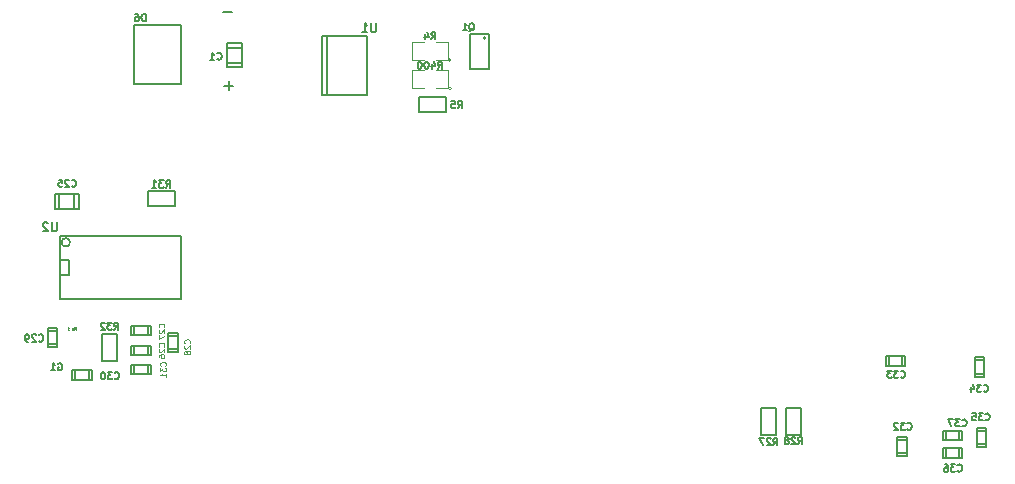
<source format=gbo>
%FSLAX46Y46*%
G04 Gerber Fmt 4.6, Leading zero omitted, Abs format (unit mm)*
G04 Created by KiCad (PCBNEW (2014-08-26 BZR 5101)-product) date Sat 30 Aug 2014 02:05:03 AM EDT*
%MOMM*%
G01*
G04 APERTURE LIST*
%ADD10C,0.100000*%
%ADD11C,0.050000*%
%ADD12C,0.127000*%
%ADD13C,0.200000*%
%ADD14C,0.099060*%
%ADD15C,0.150000*%
%ADD16C,0.125000*%
%ADD17C,0.187500*%
G04 APERTURE END LIST*
D10*
D11*
X87861904Y-58040476D02*
X87861904Y-57840476D01*
X87785713Y-57840476D01*
X87766666Y-57850000D01*
X87757142Y-57859524D01*
X87747618Y-57878571D01*
X87747618Y-57907143D01*
X87757142Y-57926190D01*
X87766666Y-57935714D01*
X87785713Y-57945238D01*
X87861904Y-57945238D01*
X87661904Y-58040476D02*
X87661904Y-57907143D01*
X87661904Y-57840476D02*
X87671428Y-57850000D01*
X87661904Y-57859524D01*
X87652380Y-57850000D01*
X87661904Y-57840476D01*
X87661904Y-57859524D01*
X87566666Y-57907143D02*
X87566666Y-58040476D01*
X87566666Y-57926190D02*
X87557142Y-57916667D01*
X87538095Y-57907143D01*
X87509523Y-57907143D01*
X87490475Y-57916667D01*
X87480952Y-57935714D01*
X87480952Y-58040476D01*
X87128571Y-58040476D02*
X87242857Y-58040476D01*
X87185714Y-58040476D02*
X87185714Y-57840476D01*
X87204762Y-57869048D01*
X87223809Y-57888095D01*
X87242857Y-57897619D01*
D12*
X100615000Y-35435000D02*
X101885000Y-35435000D01*
X100615000Y-34165000D02*
X101859600Y-34165000D01*
X100615000Y-33784000D02*
X100615000Y-35816000D01*
X100615000Y-35816000D02*
X101885000Y-35816000D01*
X101885000Y-35816000D02*
X101885000Y-33784000D01*
X101885000Y-33784000D02*
X100615000Y-33784000D01*
X87685000Y-47785000D02*
X87685000Y-46515000D01*
X86415000Y-47785000D02*
X86415000Y-46540400D01*
X86034000Y-47785000D02*
X88066000Y-47785000D01*
X88066000Y-47785000D02*
X88066000Y-46515000D01*
X88066000Y-46515000D02*
X86034000Y-46515000D01*
X86034000Y-46515000D02*
X86034000Y-47785000D01*
X92791200Y-60206400D02*
X92791200Y-59393600D01*
X93908800Y-59419000D02*
X93908800Y-60206400D01*
X94162800Y-59393600D02*
X92537200Y-59393600D01*
X92537200Y-59393600D02*
X92537200Y-60206400D01*
X92537200Y-60206400D02*
X94162800Y-60206400D01*
X94162800Y-60206400D02*
X94162800Y-59393600D01*
X92791200Y-58506400D02*
X92791200Y-57693600D01*
X93908800Y-57719000D02*
X93908800Y-58506400D01*
X94162800Y-57693600D02*
X92537200Y-57693600D01*
X92537200Y-57693600D02*
X92537200Y-58506400D01*
X92537200Y-58506400D02*
X94162800Y-58506400D01*
X94162800Y-58506400D02*
X94162800Y-57693600D01*
X95673600Y-58551200D02*
X96486400Y-58551200D01*
X96461000Y-59668800D02*
X95673600Y-59668800D01*
X96486400Y-59922800D02*
X96486400Y-58297200D01*
X96486400Y-58297200D02*
X95673600Y-58297200D01*
X95673600Y-58297200D02*
X95673600Y-59922800D01*
X95673600Y-59922800D02*
X96486400Y-59922800D01*
X85443600Y-58141200D02*
X86256400Y-58141200D01*
X86231000Y-59258800D02*
X85443600Y-59258800D01*
X86256400Y-59512800D02*
X86256400Y-57887200D01*
X86256400Y-57887200D02*
X85443600Y-57887200D01*
X85443600Y-57887200D02*
X85443600Y-59512800D01*
X85443600Y-59512800D02*
X86256400Y-59512800D01*
X88908800Y-61493600D02*
X88908800Y-62306400D01*
X87791200Y-62281000D02*
X87791200Y-61493600D01*
X87537200Y-62306400D02*
X89162800Y-62306400D01*
X89162800Y-62306400D02*
X89162800Y-61493600D01*
X89162800Y-61493600D02*
X87537200Y-61493600D01*
X87537200Y-61493600D02*
X87537200Y-62306400D01*
X92791200Y-61806400D02*
X92791200Y-60993600D01*
X93908800Y-61019000D02*
X93908800Y-61806400D01*
X94162800Y-60993600D02*
X92537200Y-60993600D01*
X92537200Y-60993600D02*
X92537200Y-61806400D01*
X92537200Y-61806400D02*
X94162800Y-61806400D01*
X94162800Y-61806400D02*
X94162800Y-60993600D01*
X158206400Y-68508800D02*
X157393600Y-68508800D01*
X157419000Y-67391200D02*
X158206400Y-67391200D01*
X157393600Y-67137200D02*
X157393600Y-68762800D01*
X157393600Y-68762800D02*
X158206400Y-68762800D01*
X158206400Y-68762800D02*
X158206400Y-67137200D01*
X158206400Y-67137200D02*
X157393600Y-67137200D01*
X156691200Y-61106400D02*
X156691200Y-60293600D01*
X157808800Y-60319000D02*
X157808800Y-61106400D01*
X158062800Y-60293600D02*
X156437200Y-60293600D01*
X156437200Y-60293600D02*
X156437200Y-61106400D01*
X156437200Y-61106400D02*
X158062800Y-61106400D01*
X158062800Y-61106400D02*
X158062800Y-60293600D01*
X163943600Y-60641200D02*
X164756400Y-60641200D01*
X164731000Y-61758800D02*
X163943600Y-61758800D01*
X164756400Y-62012800D02*
X164756400Y-60387200D01*
X164756400Y-60387200D02*
X163943600Y-60387200D01*
X163943600Y-60387200D02*
X163943600Y-62012800D01*
X163943600Y-62012800D02*
X164756400Y-62012800D01*
X164926400Y-67748800D02*
X164113600Y-67748800D01*
X164139000Y-66631200D02*
X164926400Y-66631200D01*
X164113600Y-66377200D02*
X164113600Y-68002800D01*
X164113600Y-68002800D02*
X164926400Y-68002800D01*
X164926400Y-68002800D02*
X164926400Y-66377200D01*
X164926400Y-66377200D02*
X164113600Y-66377200D01*
X162608800Y-68093600D02*
X162608800Y-68906400D01*
X161491200Y-68881000D02*
X161491200Y-68093600D01*
X161237200Y-68906400D02*
X162862800Y-68906400D01*
X162862800Y-68906400D02*
X162862800Y-68093600D01*
X162862800Y-68093600D02*
X161237200Y-68093600D01*
X161237200Y-68093600D02*
X161237200Y-68906400D01*
X162608800Y-66593600D02*
X162608800Y-67406400D01*
X161491200Y-67381000D02*
X161491200Y-66593600D01*
X161237200Y-67406400D02*
X162862800Y-67406400D01*
X162862800Y-67406400D02*
X162862800Y-66593600D01*
X162862800Y-66593600D02*
X161237200Y-66593600D01*
X161237200Y-66593600D02*
X161237200Y-67406400D01*
D13*
X92750000Y-37200000D02*
X96750000Y-37200000D01*
X92750000Y-32200000D02*
X92750000Y-37200000D01*
X96750000Y-32200000D02*
X92750000Y-32200000D01*
X96750000Y-37200000D02*
X96750000Y-32200000D01*
D10*
X122591421Y-33350000D02*
G75*
G03X122591421Y-33350000I-141421J0D01*
G74*
G01*
D13*
X121200000Y-36000000D02*
X122800000Y-36000000D01*
X121200000Y-33000000D02*
X121200000Y-36000000D01*
X122800000Y-33000000D02*
X121200000Y-33000000D01*
X122800000Y-36000000D02*
X122800000Y-33000000D01*
D14*
X119628000Y-35212000D02*
G75*
G03X119628000Y-35212000I-127000J0D01*
G74*
G01*
X118358000Y-35212000D02*
X119374000Y-35212000D01*
X119374000Y-35212000D02*
X119374000Y-33688000D01*
X119374000Y-33688000D02*
X118358000Y-33688000D01*
X117342000Y-33688000D02*
X116326000Y-33688000D01*
X116326000Y-33688000D02*
X116326000Y-35212000D01*
X116326000Y-35212000D02*
X117342000Y-35212000D01*
D12*
X116907000Y-39585000D02*
X119193000Y-39585000D01*
X119193000Y-39585000D02*
X119193000Y-38315000D01*
X119193000Y-38315000D02*
X116907000Y-38315000D01*
X116907000Y-38315000D02*
X116907000Y-39585000D01*
X145815000Y-64657000D02*
X145815000Y-66943000D01*
X145815000Y-66943000D02*
X147085000Y-66943000D01*
X147085000Y-66943000D02*
X147085000Y-64657000D01*
X147085000Y-64657000D02*
X145815000Y-64657000D01*
X149235000Y-66943000D02*
X149235000Y-64657000D01*
X149235000Y-64657000D02*
X147965000Y-64657000D01*
X147965000Y-64657000D02*
X147965000Y-66943000D01*
X147965000Y-66943000D02*
X149235000Y-66943000D01*
X93907000Y-47535000D02*
X96193000Y-47535000D01*
X96193000Y-47535000D02*
X96193000Y-46265000D01*
X96193000Y-46265000D02*
X93907000Y-46265000D01*
X93907000Y-46265000D02*
X93907000Y-47535000D01*
X91335000Y-60693000D02*
X91335000Y-58407000D01*
X91335000Y-58407000D02*
X90065000Y-58407000D01*
X90065000Y-58407000D02*
X90065000Y-60693000D01*
X90065000Y-60693000D02*
X91335000Y-60693000D01*
D14*
X119628000Y-37612000D02*
G75*
G03X119628000Y-37612000I-127000J0D01*
G74*
G01*
X118358000Y-37612000D02*
X119374000Y-37612000D01*
X119374000Y-37612000D02*
X119374000Y-36088000D01*
X119374000Y-36088000D02*
X118358000Y-36088000D01*
X117342000Y-36088000D02*
X116326000Y-36088000D01*
X116326000Y-36088000D02*
X116326000Y-37612000D01*
X116326000Y-37612000D02*
X117342000Y-37612000D01*
D13*
X109100000Y-38200000D02*
X109100000Y-33200000D01*
X112500000Y-38200000D02*
X112450000Y-38200000D01*
X112500000Y-33200000D02*
X112500000Y-38200000D01*
X108700000Y-33200000D02*
X112500000Y-33200000D01*
X108700000Y-38200000D02*
X108700000Y-33200000D01*
X112500000Y-38200000D02*
X108700000Y-38200000D01*
D12*
X87337210Y-50641000D02*
G75*
G03X87337210Y-50641000I-359210J0D01*
G74*
G01*
X86470000Y-53435000D02*
X87232000Y-53435000D01*
X87232000Y-53435000D02*
X87232000Y-52165000D01*
X87232000Y-52165000D02*
X86470000Y-52165000D01*
X96757000Y-50133000D02*
X86470000Y-50133000D01*
X86470000Y-55467000D02*
X96757000Y-55467000D01*
X86470000Y-55467000D02*
X86470000Y-50133000D01*
X96757000Y-55467000D02*
X96757000Y-50133000D01*
D15*
X99800000Y-35134286D02*
X99828571Y-35162857D01*
X99914285Y-35191429D01*
X99971428Y-35191429D01*
X100057143Y-35162857D01*
X100114285Y-35105714D01*
X100142857Y-35048571D01*
X100171428Y-34934286D01*
X100171428Y-34848571D01*
X100142857Y-34734286D01*
X100114285Y-34677143D01*
X100057143Y-34620000D01*
X99971428Y-34591429D01*
X99914285Y-34591429D01*
X99828571Y-34620000D01*
X99800000Y-34648571D01*
X99228571Y-35191429D02*
X99571428Y-35191429D01*
X99400000Y-35191429D02*
X99400000Y-34591429D01*
X99457143Y-34677143D01*
X99514285Y-34734286D01*
X99571428Y-34762857D01*
X87485715Y-45884286D02*
X87514286Y-45912857D01*
X87600000Y-45941429D01*
X87657143Y-45941429D01*
X87742858Y-45912857D01*
X87800000Y-45855714D01*
X87828572Y-45798571D01*
X87857143Y-45684286D01*
X87857143Y-45598571D01*
X87828572Y-45484286D01*
X87800000Y-45427143D01*
X87742858Y-45370000D01*
X87657143Y-45341429D01*
X87600000Y-45341429D01*
X87514286Y-45370000D01*
X87485715Y-45398571D01*
X87257143Y-45398571D02*
X87228572Y-45370000D01*
X87171429Y-45341429D01*
X87028572Y-45341429D01*
X86971429Y-45370000D01*
X86942858Y-45398571D01*
X86914286Y-45455714D01*
X86914286Y-45512857D01*
X86942858Y-45598571D01*
X87285715Y-45941429D01*
X86914286Y-45941429D01*
X86371429Y-45341429D02*
X86657143Y-45341429D01*
X86685714Y-45627143D01*
X86657143Y-45598571D01*
X86600000Y-45570000D01*
X86457143Y-45570000D01*
X86400000Y-45598571D01*
X86371429Y-45627143D01*
X86342857Y-45684286D01*
X86342857Y-45827143D01*
X86371429Y-45884286D01*
X86400000Y-45912857D01*
X86457143Y-45941429D01*
X86600000Y-45941429D01*
X86657143Y-45912857D01*
X86685714Y-45884286D01*
D16*
X95288571Y-59468572D02*
X95312381Y-59444762D01*
X95336190Y-59373334D01*
X95336190Y-59325715D01*
X95312381Y-59254286D01*
X95264762Y-59206667D01*
X95217143Y-59182858D01*
X95121905Y-59159048D01*
X95050476Y-59159048D01*
X94955238Y-59182858D01*
X94907619Y-59206667D01*
X94860000Y-59254286D01*
X94836190Y-59325715D01*
X94836190Y-59373334D01*
X94860000Y-59444762D01*
X94883810Y-59468572D01*
X94883810Y-59659048D02*
X94860000Y-59682858D01*
X94836190Y-59730477D01*
X94836190Y-59849524D01*
X94860000Y-59897143D01*
X94883810Y-59920953D01*
X94931429Y-59944762D01*
X94979048Y-59944762D01*
X95050476Y-59920953D01*
X95336190Y-59635239D01*
X95336190Y-59944762D01*
X94836190Y-60373333D02*
X94836190Y-60278095D01*
X94860000Y-60230476D01*
X94883810Y-60206667D01*
X94955238Y-60159048D01*
X95050476Y-60135238D01*
X95240952Y-60135238D01*
X95288571Y-60159048D01*
X95312381Y-60182857D01*
X95336190Y-60230476D01*
X95336190Y-60325714D01*
X95312381Y-60373333D01*
X95288571Y-60397143D01*
X95240952Y-60420952D01*
X95121905Y-60420952D01*
X95074286Y-60397143D01*
X95050476Y-60373333D01*
X95026667Y-60325714D01*
X95026667Y-60230476D01*
X95050476Y-60182857D01*
X95074286Y-60159048D01*
X95121905Y-60135238D01*
X95288571Y-57838572D02*
X95312381Y-57814762D01*
X95336190Y-57743334D01*
X95336190Y-57695715D01*
X95312381Y-57624286D01*
X95264762Y-57576667D01*
X95217143Y-57552858D01*
X95121905Y-57529048D01*
X95050476Y-57529048D01*
X94955238Y-57552858D01*
X94907619Y-57576667D01*
X94860000Y-57624286D01*
X94836190Y-57695715D01*
X94836190Y-57743334D01*
X94860000Y-57814762D01*
X94883810Y-57838572D01*
X94883810Y-58029048D02*
X94860000Y-58052858D01*
X94836190Y-58100477D01*
X94836190Y-58219524D01*
X94860000Y-58267143D01*
X94883810Y-58290953D01*
X94931429Y-58314762D01*
X94979048Y-58314762D01*
X95050476Y-58290953D01*
X95336190Y-58005239D01*
X95336190Y-58314762D01*
X94836190Y-58481429D02*
X94836190Y-58814762D01*
X95336190Y-58600476D01*
D10*
X97458571Y-59178572D02*
X97482381Y-59154762D01*
X97506190Y-59083334D01*
X97506190Y-59035715D01*
X97482381Y-58964286D01*
X97434762Y-58916667D01*
X97387143Y-58892858D01*
X97291905Y-58869048D01*
X97220476Y-58869048D01*
X97125238Y-58892858D01*
X97077619Y-58916667D01*
X97030000Y-58964286D01*
X97006190Y-59035715D01*
X97006190Y-59083334D01*
X97030000Y-59154762D01*
X97053810Y-59178572D01*
X97053810Y-59369048D02*
X97030000Y-59392858D01*
X97006190Y-59440477D01*
X97006190Y-59559524D01*
X97030000Y-59607143D01*
X97053810Y-59630953D01*
X97101429Y-59654762D01*
X97149048Y-59654762D01*
X97220476Y-59630953D01*
X97506190Y-59345239D01*
X97506190Y-59654762D01*
X97220476Y-59940476D02*
X97196667Y-59892857D01*
X97172857Y-59869048D01*
X97125238Y-59845238D01*
X97101429Y-59845238D01*
X97053810Y-59869048D01*
X97030000Y-59892857D01*
X97006190Y-59940476D01*
X97006190Y-60035714D01*
X97030000Y-60083333D01*
X97053810Y-60107143D01*
X97101429Y-60130952D01*
X97125238Y-60130952D01*
X97172857Y-60107143D01*
X97196667Y-60083333D01*
X97220476Y-60035714D01*
X97220476Y-59940476D01*
X97244286Y-59892857D01*
X97268095Y-59869048D01*
X97315714Y-59845238D01*
X97410952Y-59845238D01*
X97458571Y-59869048D01*
X97482381Y-59892857D01*
X97506190Y-59940476D01*
X97506190Y-60035714D01*
X97482381Y-60083333D01*
X97458571Y-60107143D01*
X97410952Y-60130952D01*
X97315714Y-60130952D01*
X97268095Y-60107143D01*
X97244286Y-60083333D01*
X97220476Y-60035714D01*
D15*
X84675715Y-58984286D02*
X84704286Y-59012857D01*
X84790000Y-59041429D01*
X84847143Y-59041429D01*
X84932858Y-59012857D01*
X84990000Y-58955714D01*
X85018572Y-58898571D01*
X85047143Y-58784286D01*
X85047143Y-58698571D01*
X85018572Y-58584286D01*
X84990000Y-58527143D01*
X84932858Y-58470000D01*
X84847143Y-58441429D01*
X84790000Y-58441429D01*
X84704286Y-58470000D01*
X84675715Y-58498571D01*
X84447143Y-58498571D02*
X84418572Y-58470000D01*
X84361429Y-58441429D01*
X84218572Y-58441429D01*
X84161429Y-58470000D01*
X84132858Y-58498571D01*
X84104286Y-58555714D01*
X84104286Y-58612857D01*
X84132858Y-58698571D01*
X84475715Y-59041429D01*
X84104286Y-59041429D01*
X83818571Y-59041429D02*
X83704286Y-59041429D01*
X83647143Y-59012857D01*
X83618571Y-58984286D01*
X83561429Y-58898571D01*
X83532857Y-58784286D01*
X83532857Y-58555714D01*
X83561429Y-58498571D01*
X83590000Y-58470000D01*
X83647143Y-58441429D01*
X83761429Y-58441429D01*
X83818571Y-58470000D01*
X83847143Y-58498571D01*
X83875714Y-58555714D01*
X83875714Y-58698571D01*
X83847143Y-58755714D01*
X83818571Y-58784286D01*
X83761429Y-58812857D01*
X83647143Y-58812857D01*
X83590000Y-58784286D01*
X83561429Y-58755714D01*
X83532857Y-58698571D01*
X91105715Y-62164286D02*
X91134286Y-62192857D01*
X91220000Y-62221429D01*
X91277143Y-62221429D01*
X91362858Y-62192857D01*
X91420000Y-62135714D01*
X91448572Y-62078571D01*
X91477143Y-61964286D01*
X91477143Y-61878571D01*
X91448572Y-61764286D01*
X91420000Y-61707143D01*
X91362858Y-61650000D01*
X91277143Y-61621429D01*
X91220000Y-61621429D01*
X91134286Y-61650000D01*
X91105715Y-61678571D01*
X90905715Y-61621429D02*
X90534286Y-61621429D01*
X90734286Y-61850000D01*
X90648572Y-61850000D01*
X90591429Y-61878571D01*
X90562858Y-61907143D01*
X90534286Y-61964286D01*
X90534286Y-62107143D01*
X90562858Y-62164286D01*
X90591429Y-62192857D01*
X90648572Y-62221429D01*
X90820000Y-62221429D01*
X90877143Y-62192857D01*
X90905715Y-62164286D01*
X90162857Y-61621429D02*
X90105714Y-61621429D01*
X90048571Y-61650000D01*
X90020000Y-61678571D01*
X89991429Y-61735714D01*
X89962857Y-61850000D01*
X89962857Y-61992857D01*
X89991429Y-62107143D01*
X90020000Y-62164286D01*
X90048571Y-62192857D01*
X90105714Y-62221429D01*
X90162857Y-62221429D01*
X90220000Y-62192857D01*
X90248571Y-62164286D01*
X90277143Y-62107143D01*
X90305714Y-61992857D01*
X90305714Y-61850000D01*
X90277143Y-61735714D01*
X90248571Y-61678571D01*
X90220000Y-61650000D01*
X90162857Y-61621429D01*
D16*
X95418571Y-61088572D02*
X95442381Y-61064762D01*
X95466190Y-60993334D01*
X95466190Y-60945715D01*
X95442381Y-60874286D01*
X95394762Y-60826667D01*
X95347143Y-60802858D01*
X95251905Y-60779048D01*
X95180476Y-60779048D01*
X95085238Y-60802858D01*
X95037619Y-60826667D01*
X94990000Y-60874286D01*
X94966190Y-60945715D01*
X94966190Y-60993334D01*
X94990000Y-61064762D01*
X95013810Y-61088572D01*
X94966190Y-61255239D02*
X94966190Y-61564762D01*
X95156667Y-61398096D01*
X95156667Y-61469524D01*
X95180476Y-61517143D01*
X95204286Y-61540953D01*
X95251905Y-61564762D01*
X95370952Y-61564762D01*
X95418571Y-61540953D01*
X95442381Y-61517143D01*
X95466190Y-61469524D01*
X95466190Y-61326667D01*
X95442381Y-61279048D01*
X95418571Y-61255239D01*
X95466190Y-62040952D02*
X95466190Y-61755238D01*
X95466190Y-61898095D02*
X94966190Y-61898095D01*
X95037619Y-61850476D01*
X95085238Y-61802857D01*
X95109048Y-61755238D01*
D15*
X158225715Y-66464286D02*
X158254286Y-66492857D01*
X158340000Y-66521429D01*
X158397143Y-66521429D01*
X158482858Y-66492857D01*
X158540000Y-66435714D01*
X158568572Y-66378571D01*
X158597143Y-66264286D01*
X158597143Y-66178571D01*
X158568572Y-66064286D01*
X158540000Y-66007143D01*
X158482858Y-65950000D01*
X158397143Y-65921429D01*
X158340000Y-65921429D01*
X158254286Y-65950000D01*
X158225715Y-65978571D01*
X158025715Y-65921429D02*
X157654286Y-65921429D01*
X157854286Y-66150000D01*
X157768572Y-66150000D01*
X157711429Y-66178571D01*
X157682858Y-66207143D01*
X157654286Y-66264286D01*
X157654286Y-66407143D01*
X157682858Y-66464286D01*
X157711429Y-66492857D01*
X157768572Y-66521429D01*
X157940000Y-66521429D01*
X157997143Y-66492857D01*
X158025715Y-66464286D01*
X157425714Y-65978571D02*
X157397143Y-65950000D01*
X157340000Y-65921429D01*
X157197143Y-65921429D01*
X157140000Y-65950000D01*
X157111429Y-65978571D01*
X157082857Y-66035714D01*
X157082857Y-66092857D01*
X157111429Y-66178571D01*
X157454286Y-66521429D01*
X157082857Y-66521429D01*
X157675715Y-62054286D02*
X157704286Y-62082857D01*
X157790000Y-62111429D01*
X157847143Y-62111429D01*
X157932858Y-62082857D01*
X157990000Y-62025714D01*
X158018572Y-61968571D01*
X158047143Y-61854286D01*
X158047143Y-61768571D01*
X158018572Y-61654286D01*
X157990000Y-61597143D01*
X157932858Y-61540000D01*
X157847143Y-61511429D01*
X157790000Y-61511429D01*
X157704286Y-61540000D01*
X157675715Y-61568571D01*
X157475715Y-61511429D02*
X157104286Y-61511429D01*
X157304286Y-61740000D01*
X157218572Y-61740000D01*
X157161429Y-61768571D01*
X157132858Y-61797143D01*
X157104286Y-61854286D01*
X157104286Y-61997143D01*
X157132858Y-62054286D01*
X157161429Y-62082857D01*
X157218572Y-62111429D01*
X157390000Y-62111429D01*
X157447143Y-62082857D01*
X157475715Y-62054286D01*
X156904286Y-61511429D02*
X156532857Y-61511429D01*
X156732857Y-61740000D01*
X156647143Y-61740000D01*
X156590000Y-61768571D01*
X156561429Y-61797143D01*
X156532857Y-61854286D01*
X156532857Y-61997143D01*
X156561429Y-62054286D01*
X156590000Y-62082857D01*
X156647143Y-62111429D01*
X156818571Y-62111429D01*
X156875714Y-62082857D01*
X156904286Y-62054286D01*
X164695715Y-63234286D02*
X164724286Y-63262857D01*
X164810000Y-63291429D01*
X164867143Y-63291429D01*
X164952858Y-63262857D01*
X165010000Y-63205714D01*
X165038572Y-63148571D01*
X165067143Y-63034286D01*
X165067143Y-62948571D01*
X165038572Y-62834286D01*
X165010000Y-62777143D01*
X164952858Y-62720000D01*
X164867143Y-62691429D01*
X164810000Y-62691429D01*
X164724286Y-62720000D01*
X164695715Y-62748571D01*
X164495715Y-62691429D02*
X164124286Y-62691429D01*
X164324286Y-62920000D01*
X164238572Y-62920000D01*
X164181429Y-62948571D01*
X164152858Y-62977143D01*
X164124286Y-63034286D01*
X164124286Y-63177143D01*
X164152858Y-63234286D01*
X164181429Y-63262857D01*
X164238572Y-63291429D01*
X164410000Y-63291429D01*
X164467143Y-63262857D01*
X164495715Y-63234286D01*
X163610000Y-62891429D02*
X163610000Y-63291429D01*
X163752857Y-62662857D02*
X163895714Y-63091429D01*
X163524286Y-63091429D01*
X164845715Y-65654286D02*
X164874286Y-65682857D01*
X164960000Y-65711429D01*
X165017143Y-65711429D01*
X165102858Y-65682857D01*
X165160000Y-65625714D01*
X165188572Y-65568571D01*
X165217143Y-65454286D01*
X165217143Y-65368571D01*
X165188572Y-65254286D01*
X165160000Y-65197143D01*
X165102858Y-65140000D01*
X165017143Y-65111429D01*
X164960000Y-65111429D01*
X164874286Y-65140000D01*
X164845715Y-65168571D01*
X164645715Y-65111429D02*
X164274286Y-65111429D01*
X164474286Y-65340000D01*
X164388572Y-65340000D01*
X164331429Y-65368571D01*
X164302858Y-65397143D01*
X164274286Y-65454286D01*
X164274286Y-65597143D01*
X164302858Y-65654286D01*
X164331429Y-65682857D01*
X164388572Y-65711429D01*
X164560000Y-65711429D01*
X164617143Y-65682857D01*
X164645715Y-65654286D01*
X163731429Y-65111429D02*
X164017143Y-65111429D01*
X164045714Y-65397143D01*
X164017143Y-65368571D01*
X163960000Y-65340000D01*
X163817143Y-65340000D01*
X163760000Y-65368571D01*
X163731429Y-65397143D01*
X163702857Y-65454286D01*
X163702857Y-65597143D01*
X163731429Y-65654286D01*
X163760000Y-65682857D01*
X163817143Y-65711429D01*
X163960000Y-65711429D01*
X164017143Y-65682857D01*
X164045714Y-65654286D01*
X162475715Y-69994286D02*
X162504286Y-70022857D01*
X162590000Y-70051429D01*
X162647143Y-70051429D01*
X162732858Y-70022857D01*
X162790000Y-69965714D01*
X162818572Y-69908571D01*
X162847143Y-69794286D01*
X162847143Y-69708571D01*
X162818572Y-69594286D01*
X162790000Y-69537143D01*
X162732858Y-69480000D01*
X162647143Y-69451429D01*
X162590000Y-69451429D01*
X162504286Y-69480000D01*
X162475715Y-69508571D01*
X162275715Y-69451429D02*
X161904286Y-69451429D01*
X162104286Y-69680000D01*
X162018572Y-69680000D01*
X161961429Y-69708571D01*
X161932858Y-69737143D01*
X161904286Y-69794286D01*
X161904286Y-69937143D01*
X161932858Y-69994286D01*
X161961429Y-70022857D01*
X162018572Y-70051429D01*
X162190000Y-70051429D01*
X162247143Y-70022857D01*
X162275715Y-69994286D01*
X161390000Y-69451429D02*
X161504286Y-69451429D01*
X161561429Y-69480000D01*
X161590000Y-69508571D01*
X161647143Y-69594286D01*
X161675714Y-69708571D01*
X161675714Y-69937143D01*
X161647143Y-69994286D01*
X161618571Y-70022857D01*
X161561429Y-70051429D01*
X161447143Y-70051429D01*
X161390000Y-70022857D01*
X161361429Y-69994286D01*
X161332857Y-69937143D01*
X161332857Y-69794286D01*
X161361429Y-69737143D01*
X161390000Y-69708571D01*
X161447143Y-69680000D01*
X161561429Y-69680000D01*
X161618571Y-69708571D01*
X161647143Y-69737143D01*
X161675714Y-69794286D01*
X162875715Y-66164286D02*
X162904286Y-66192857D01*
X162990000Y-66221429D01*
X163047143Y-66221429D01*
X163132858Y-66192857D01*
X163190000Y-66135714D01*
X163218572Y-66078571D01*
X163247143Y-65964286D01*
X163247143Y-65878571D01*
X163218572Y-65764286D01*
X163190000Y-65707143D01*
X163132858Y-65650000D01*
X163047143Y-65621429D01*
X162990000Y-65621429D01*
X162904286Y-65650000D01*
X162875715Y-65678571D01*
X162675715Y-65621429D02*
X162304286Y-65621429D01*
X162504286Y-65850000D01*
X162418572Y-65850000D01*
X162361429Y-65878571D01*
X162332858Y-65907143D01*
X162304286Y-65964286D01*
X162304286Y-66107143D01*
X162332858Y-66164286D01*
X162361429Y-66192857D01*
X162418572Y-66221429D01*
X162590000Y-66221429D01*
X162647143Y-66192857D01*
X162675715Y-66164286D01*
X162104286Y-65621429D02*
X161704286Y-65621429D01*
X161961429Y-66221429D01*
X93732857Y-31901429D02*
X93732857Y-31301429D01*
X93590000Y-31301429D01*
X93504285Y-31330000D01*
X93447143Y-31387143D01*
X93418571Y-31444286D01*
X93390000Y-31558571D01*
X93390000Y-31644286D01*
X93418571Y-31758571D01*
X93447143Y-31815714D01*
X93504285Y-31872857D01*
X93590000Y-31901429D01*
X93732857Y-31901429D01*
X92875714Y-31301429D02*
X92990000Y-31301429D01*
X93047143Y-31330000D01*
X93075714Y-31358571D01*
X93132857Y-31444286D01*
X93161428Y-31558571D01*
X93161428Y-31787143D01*
X93132857Y-31844286D01*
X93104285Y-31872857D01*
X93047143Y-31901429D01*
X92932857Y-31901429D01*
X92875714Y-31872857D01*
X92847143Y-31844286D01*
X92818571Y-31787143D01*
X92818571Y-31644286D01*
X92847143Y-31587143D01*
X92875714Y-31558571D01*
X92932857Y-31530000D01*
X93047143Y-31530000D01*
X93104285Y-31558571D01*
X93132857Y-31587143D01*
X93161428Y-31644286D01*
X101030952Y-31121429D02*
X100269047Y-31121429D01*
X100771429Y-37019048D02*
X100771429Y-37780953D01*
X101152381Y-37400001D02*
X100390476Y-37400001D01*
X86338571Y-60910000D02*
X86395714Y-60881429D01*
X86481428Y-60881429D01*
X86567143Y-60910000D01*
X86624285Y-60967143D01*
X86652857Y-61024286D01*
X86681428Y-61138571D01*
X86681428Y-61224286D01*
X86652857Y-61338571D01*
X86624285Y-61395714D01*
X86567143Y-61452857D01*
X86481428Y-61481429D01*
X86424285Y-61481429D01*
X86338571Y-61452857D01*
X86310000Y-61424286D01*
X86310000Y-61224286D01*
X86424285Y-61224286D01*
X85738571Y-61481429D02*
X86081428Y-61481429D01*
X85910000Y-61481429D02*
X85910000Y-60881429D01*
X85967143Y-60967143D01*
X86024285Y-61024286D01*
X86081428Y-61052857D01*
X121127143Y-32748571D02*
X121184286Y-32720000D01*
X121241429Y-32662857D01*
X121327143Y-32577143D01*
X121384286Y-32548571D01*
X121441429Y-32548571D01*
X121412857Y-32691429D02*
X121470000Y-32662857D01*
X121527143Y-32605714D01*
X121555714Y-32491429D01*
X121555714Y-32291429D01*
X121527143Y-32177143D01*
X121470000Y-32120000D01*
X121412857Y-32091429D01*
X121298571Y-32091429D01*
X121241429Y-32120000D01*
X121184286Y-32177143D01*
X121155714Y-32291429D01*
X121155714Y-32491429D01*
X121184286Y-32605714D01*
X121241429Y-32662857D01*
X121298571Y-32691429D01*
X121412857Y-32691429D01*
X120584286Y-32691429D02*
X120927143Y-32691429D01*
X120755715Y-32691429D02*
X120755715Y-32091429D01*
X120812858Y-32177143D01*
X120870000Y-32234286D01*
X120927143Y-32262857D01*
X117920000Y-33441429D02*
X118120000Y-33155714D01*
X118262857Y-33441429D02*
X118262857Y-32841429D01*
X118034285Y-32841429D01*
X117977143Y-32870000D01*
X117948571Y-32898571D01*
X117920000Y-32955714D01*
X117920000Y-33041429D01*
X117948571Y-33098571D01*
X117977143Y-33127143D01*
X118034285Y-33155714D01*
X118262857Y-33155714D01*
X117405714Y-33041429D02*
X117405714Y-33441429D01*
X117548571Y-32812857D02*
X117691428Y-33241429D01*
X117320000Y-33241429D01*
X120170000Y-39261429D02*
X120370000Y-38975714D01*
X120512857Y-39261429D02*
X120512857Y-38661429D01*
X120284285Y-38661429D01*
X120227143Y-38690000D01*
X120198571Y-38718571D01*
X120170000Y-38775714D01*
X120170000Y-38861429D01*
X120198571Y-38918571D01*
X120227143Y-38947143D01*
X120284285Y-38975714D01*
X120512857Y-38975714D01*
X119627143Y-38661429D02*
X119912857Y-38661429D01*
X119941428Y-38947143D01*
X119912857Y-38918571D01*
X119855714Y-38890000D01*
X119712857Y-38890000D01*
X119655714Y-38918571D01*
X119627143Y-38947143D01*
X119598571Y-39004286D01*
X119598571Y-39147143D01*
X119627143Y-39204286D01*
X119655714Y-39232857D01*
X119712857Y-39261429D01*
X119855714Y-39261429D01*
X119912857Y-39232857D01*
X119941428Y-39204286D01*
X146885715Y-67821429D02*
X147085715Y-67535714D01*
X147228572Y-67821429D02*
X147228572Y-67221429D01*
X147000000Y-67221429D01*
X146942858Y-67250000D01*
X146914286Y-67278571D01*
X146885715Y-67335714D01*
X146885715Y-67421429D01*
X146914286Y-67478571D01*
X146942858Y-67507143D01*
X147000000Y-67535714D01*
X147228572Y-67535714D01*
X146657143Y-67278571D02*
X146628572Y-67250000D01*
X146571429Y-67221429D01*
X146428572Y-67221429D01*
X146371429Y-67250000D01*
X146342858Y-67278571D01*
X146314286Y-67335714D01*
X146314286Y-67392857D01*
X146342858Y-67478571D01*
X146685715Y-67821429D01*
X146314286Y-67821429D01*
X146114286Y-67221429D02*
X145714286Y-67221429D01*
X145971429Y-67821429D01*
X148975715Y-67711429D02*
X149175715Y-67425714D01*
X149318572Y-67711429D02*
X149318572Y-67111429D01*
X149090000Y-67111429D01*
X149032858Y-67140000D01*
X149004286Y-67168571D01*
X148975715Y-67225714D01*
X148975715Y-67311429D01*
X149004286Y-67368571D01*
X149032858Y-67397143D01*
X149090000Y-67425714D01*
X149318572Y-67425714D01*
X148747143Y-67168571D02*
X148718572Y-67140000D01*
X148661429Y-67111429D01*
X148518572Y-67111429D01*
X148461429Y-67140000D01*
X148432858Y-67168571D01*
X148404286Y-67225714D01*
X148404286Y-67282857D01*
X148432858Y-67368571D01*
X148775715Y-67711429D01*
X148404286Y-67711429D01*
X148061429Y-67368571D02*
X148118571Y-67340000D01*
X148147143Y-67311429D01*
X148175714Y-67254286D01*
X148175714Y-67225714D01*
X148147143Y-67168571D01*
X148118571Y-67140000D01*
X148061429Y-67111429D01*
X147947143Y-67111429D01*
X147890000Y-67140000D01*
X147861429Y-67168571D01*
X147832857Y-67225714D01*
X147832857Y-67254286D01*
X147861429Y-67311429D01*
X147890000Y-67340000D01*
X147947143Y-67368571D01*
X148061429Y-67368571D01*
X148118571Y-67397143D01*
X148147143Y-67425714D01*
X148175714Y-67482857D01*
X148175714Y-67597143D01*
X148147143Y-67654286D01*
X148118571Y-67682857D01*
X148061429Y-67711429D01*
X147947143Y-67711429D01*
X147890000Y-67682857D01*
X147861429Y-67654286D01*
X147832857Y-67597143D01*
X147832857Y-67482857D01*
X147861429Y-67425714D01*
X147890000Y-67397143D01*
X147947143Y-67368571D01*
X95455715Y-46001429D02*
X95655715Y-45715714D01*
X95798572Y-46001429D02*
X95798572Y-45401429D01*
X95570000Y-45401429D01*
X95512858Y-45430000D01*
X95484286Y-45458571D01*
X95455715Y-45515714D01*
X95455715Y-45601429D01*
X95484286Y-45658571D01*
X95512858Y-45687143D01*
X95570000Y-45715714D01*
X95798572Y-45715714D01*
X95255715Y-45401429D02*
X94884286Y-45401429D01*
X95084286Y-45630000D01*
X94998572Y-45630000D01*
X94941429Y-45658571D01*
X94912858Y-45687143D01*
X94884286Y-45744286D01*
X94884286Y-45887143D01*
X94912858Y-45944286D01*
X94941429Y-45972857D01*
X94998572Y-46001429D01*
X95170000Y-46001429D01*
X95227143Y-45972857D01*
X95255715Y-45944286D01*
X94312857Y-46001429D02*
X94655714Y-46001429D01*
X94484286Y-46001429D02*
X94484286Y-45401429D01*
X94541429Y-45487143D01*
X94598571Y-45544286D01*
X94655714Y-45572857D01*
X91075715Y-58041429D02*
X91275715Y-57755714D01*
X91418572Y-58041429D02*
X91418572Y-57441429D01*
X91190000Y-57441429D01*
X91132858Y-57470000D01*
X91104286Y-57498571D01*
X91075715Y-57555714D01*
X91075715Y-57641429D01*
X91104286Y-57698571D01*
X91132858Y-57727143D01*
X91190000Y-57755714D01*
X91418572Y-57755714D01*
X90875715Y-57441429D02*
X90504286Y-57441429D01*
X90704286Y-57670000D01*
X90618572Y-57670000D01*
X90561429Y-57698571D01*
X90532858Y-57727143D01*
X90504286Y-57784286D01*
X90504286Y-57927143D01*
X90532858Y-57984286D01*
X90561429Y-58012857D01*
X90618572Y-58041429D01*
X90790000Y-58041429D01*
X90847143Y-58012857D01*
X90875715Y-57984286D01*
X90275714Y-57498571D02*
X90247143Y-57470000D01*
X90190000Y-57441429D01*
X90047143Y-57441429D01*
X89990000Y-57470000D01*
X89961429Y-57498571D01*
X89932857Y-57555714D01*
X89932857Y-57612857D01*
X89961429Y-57698571D01*
X90304286Y-58041429D01*
X89932857Y-58041429D01*
X118491429Y-35941429D02*
X118691429Y-35655714D01*
X118834286Y-35941429D02*
X118834286Y-35341429D01*
X118605714Y-35341429D01*
X118548572Y-35370000D01*
X118520000Y-35398571D01*
X118491429Y-35455714D01*
X118491429Y-35541429D01*
X118520000Y-35598571D01*
X118548572Y-35627143D01*
X118605714Y-35655714D01*
X118834286Y-35655714D01*
X117977143Y-35541429D02*
X117977143Y-35941429D01*
X118120000Y-35312857D02*
X118262857Y-35741429D01*
X117891429Y-35741429D01*
X117548571Y-35341429D02*
X117491428Y-35341429D01*
X117434285Y-35370000D01*
X117405714Y-35398571D01*
X117377143Y-35455714D01*
X117348571Y-35570000D01*
X117348571Y-35712857D01*
X117377143Y-35827143D01*
X117405714Y-35884286D01*
X117434285Y-35912857D01*
X117491428Y-35941429D01*
X117548571Y-35941429D01*
X117605714Y-35912857D01*
X117634285Y-35884286D01*
X117662857Y-35827143D01*
X117691428Y-35712857D01*
X117691428Y-35570000D01*
X117662857Y-35455714D01*
X117634285Y-35398571D01*
X117605714Y-35370000D01*
X117548571Y-35341429D01*
X116977142Y-35341429D02*
X116919999Y-35341429D01*
X116862856Y-35370000D01*
X116834285Y-35398571D01*
X116805714Y-35455714D01*
X116777142Y-35570000D01*
X116777142Y-35712857D01*
X116805714Y-35827143D01*
X116834285Y-35884286D01*
X116862856Y-35912857D01*
X116919999Y-35941429D01*
X116977142Y-35941429D01*
X117034285Y-35912857D01*
X117062856Y-35884286D01*
X117091428Y-35827143D01*
X117119999Y-35712857D01*
X117119999Y-35570000D01*
X117091428Y-35455714D01*
X117062856Y-35398571D01*
X117034285Y-35370000D01*
X116977142Y-35341429D01*
D17*
X113251429Y-32089286D02*
X113251429Y-32696429D01*
X113215714Y-32767857D01*
X113180000Y-32803571D01*
X113108571Y-32839286D01*
X112965714Y-32839286D01*
X112894286Y-32803571D01*
X112858571Y-32767857D01*
X112822857Y-32696429D01*
X112822857Y-32089286D01*
X112072857Y-32839286D02*
X112501429Y-32839286D01*
X112287143Y-32839286D02*
X112287143Y-32089286D01*
X112358572Y-32196429D01*
X112430000Y-32267857D01*
X112501429Y-32303571D01*
D15*
X86230571Y-48952714D02*
X86230571Y-49569571D01*
X86194286Y-49642143D01*
X86158000Y-49678429D01*
X86085429Y-49714714D01*
X85940286Y-49714714D01*
X85867714Y-49678429D01*
X85831429Y-49642143D01*
X85795143Y-49569571D01*
X85795143Y-48952714D01*
X85468571Y-49025286D02*
X85432285Y-48989000D01*
X85359714Y-48952714D01*
X85178285Y-48952714D01*
X85105714Y-48989000D01*
X85069428Y-49025286D01*
X85033143Y-49097857D01*
X85033143Y-49170429D01*
X85069428Y-49279286D01*
X85504857Y-49714714D01*
X85033143Y-49714714D01*
M02*

</source>
